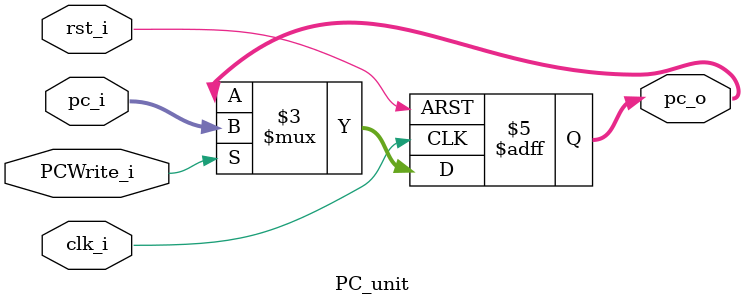
<source format=v>
module PC_unit
(
    rst_i,
    clk_i,
    PCWrite_i,
    pc_i,
    pc_o
);

// Ports
input               rst_i;
input               clk_i;
input               PCWrite_i;
input   [31:0]      pc_i;
output reg [31:0]   pc_o;

always@(posedge clk_i or negedge rst_i) begin
    if(~rst_i) begin
        pc_o <= 32'b0;
    end
    else if (PCWrite_i) begin
        pc_o <= pc_i;
    end
end

endmodule

</source>
